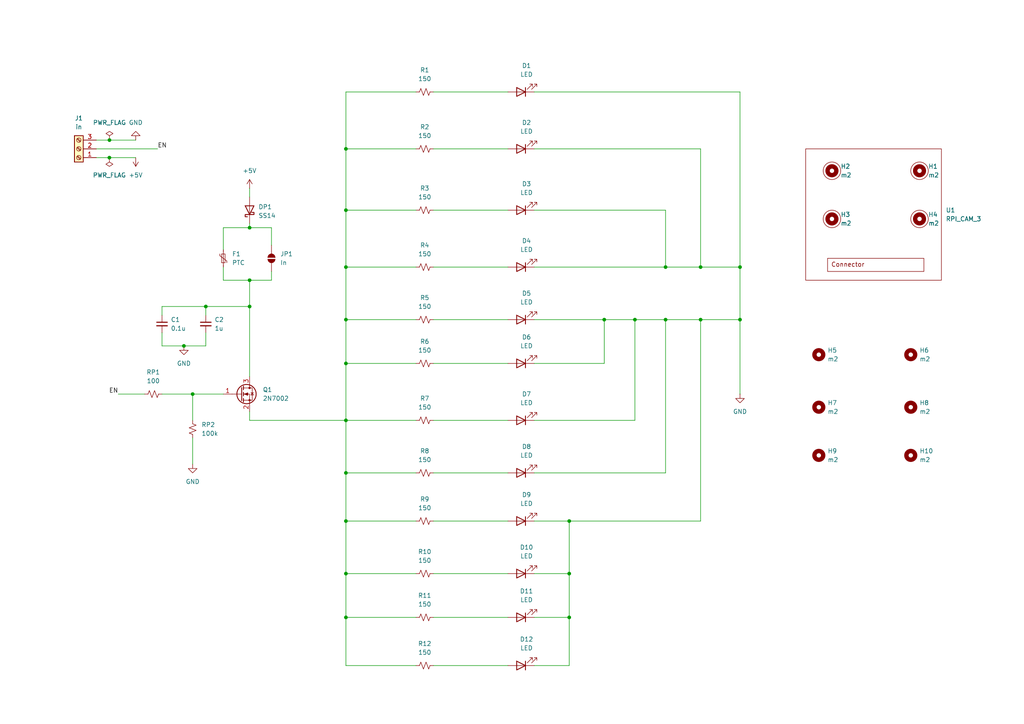
<source format=kicad_sch>
(kicad_sch (version 20250114) (generator "eeschema") (generator_version "9.0")
  (paper "A4")
  (lib_symbols
    (symbol "Connector:Screw_Terminal_01x03" (pin_names (offset 1.016) (hide yes))
      (property "Reference" "J" (at 0 5.08 0))
      (property "Value" "Screw_Terminal_01x03" (at 0 -5.08 0))
      (symbol "Screw_Terminal_01x03_1_1"
        (rectangle (start -1.27 3.81) (end 1.27 -3.81) (stroke (width 0.254)) (fill (type background)))
        (polyline (pts (xy -0.5334 2.8702) (xy 0.3302 2.032)) (stroke (width 0.1524)))
        (polyline (pts (xy -0.5334 0.3302) (xy 0.3302 -0.508)) (stroke (width 0.1524)))
        (polyline (pts (xy -0.5334 -2.2098) (xy 0.3302 -3.048)) (stroke (width 0.1524)))
        (polyline (pts (xy -0.3556 3.048) (xy 0.508 2.2098)) (stroke (width 0.1524)))
        (polyline (pts (xy -0.3556 0.508) (xy 0.508 -0.3302)) (stroke (width 0.1524)))
        (polyline (pts (xy -0.3556 -2.032) (xy 0.508 -2.8702)) (stroke (width 0.1524)))
        (circle (center 0 2.54) (radius 0.635) (stroke (width 0.1524)))
        (circle (center 0 0) (radius 0.635) (stroke (width 0.1524)))
        (circle (center 0 -2.54) (radius 0.635) (stroke (width 0.1524)))
        (pin passive line (at -5.08 2.54 0) (length 3.81) (name "Pin_1") (number "1"))
        (pin passive line (at -5.08 0 0) (length 3.81) (name "Pin_2") (number "2"))
        (pin passive line (at -5.08 -2.54 0) (length 3.81) (name "Pin_3") (number "3"))
      )
    )
    (symbol "Device:C_Small" (pin_numbers (hide yes)) (pin_names (offset 0.254) (hide yes))
      (property "Reference" "C" (at 0.254 1.778 0))
      (property "Value" "C_Small" (at 0.254 -2.032 0))
      (symbol "C_Small_0_1"
        (polyline (pts (xy -1.524 0.508) (xy 1.524 0.508)) (stroke (width 0.3048)))
        (polyline (pts (xy -1.524 -0.508) (xy 1.524 -0.508)) (stroke (width 0.3302)))
      )
      (symbol "C_Small_1_1"
        (pin passive line (at 0 2.54 270) (length 2.032) (name "~") (number "1"))
        (pin passive line (at 0 -2.54 90) (length 2.032) (name "~") (number "2"))
      )
    )
    (symbol "Device:LED" (pin_numbers (hide yes)) (pin_names (offset 1.016) (hide yes))
      (property "Reference" "D" (at 0 2.54 0))
      (property "Value" "LED" (at 0 -2.54 0))
      (symbol "LED_0_1"
        (polyline (pts (xy -3.048 -0.762) (xy -4.572 -2.286) (xy -3.81 -2.286) (xy -4.572 -2.286) (xy -4.572 -1.524)))
        (polyline (pts (xy -1.778 -0.762) (xy -3.302 -2.286) (xy -2.54 -2.286) (xy -3.302 -2.286) (xy -3.302 -1.524)))
        (polyline (pts (xy -1.27 0) (xy 1.27 0)))
        (polyline (pts (xy -1.27 -1.27) (xy -1.27 1.27)) (stroke (width 0.254)))
        (polyline (pts (xy 1.27 -1.27) (xy 1.27 1.27) (xy -1.27 0) (xy 1.27 -1.27)) (stroke (width 0.254)))
      )
      (symbol "LED_1_1"
        (pin passive line (at -3.81 0 0) (length 2.54) (name "K") (number "1"))
        (pin passive line (at 3.81 0 180) (length 2.54) (name "A") (number "2"))
      )
    )
    (symbol "Device:Polyfuse_Small" (pin_numbers (hide yes)) (pin_names (offset 0))
      (property "Reference" "F" (at -1.905 0 90))
      (property "Value" "Polyfuse_Small" (at 1.905 0 90))
      (symbol "Polyfuse_Small_0_1"
        (polyline (pts (xy -1.016 1.27) (xy -1.016 0.762) (xy 1.016 -0.762) (xy 1.016 -1.27)))
        (rectangle (start -0.508 1.27) (end 0.508 -1.27))
        (polyline (pts (xy 0 2.54) (xy 0 -2.54)))
      )
      (symbol "Polyfuse_Small_1_1"
        (pin passive line (at 0 2.54 270) (length 0.635) (name "~") (number "1"))
        (pin passive line (at 0 -2.54 90) (length 0.635) (name "~") (number "2"))
      )
    )
    (symbol "Device:R_Small_US" (pin_numbers (hide yes)) (pin_names (offset 0.254) (hide yes))
      (property "Reference" "R" (at 0.762 0.508 0))
      (property "Value" "R_Small_US" (at 0.762 -1.016 0))
      (symbol "R_Small_US_1_1"
        (polyline (pts (xy 0 1.524) (xy 1.016 1.143) (xy 0 0.762) (xy -1.016 0.381) (xy 0 0)))
        (polyline (pts (xy 0 0) (xy 1.016 -0.381) (xy 0 -0.762) (xy -1.016 -1.143) (xy 0 -1.524)))
        (pin passive line (at 0 2.54 270) (length 1.016) (name "~") (number "1"))
        (pin passive line (at 0 -2.54 90) (length 1.016) (name "~") (number "2"))
      )
    )
    (symbol "Diode:SS14" (pin_numbers (hide yes)) (pin_names (offset 1.016) (hide yes))
      (property "Reference" "D" (at 0 2.54 0))
      (property "Value" "SS14" (at 0 -2.54 0))
      (symbol "SS14_0_1"
        (polyline (pts (xy -1.905 0.635) (xy -1.905 1.27) (xy -1.27 1.27) (xy -1.27 -1.27) (xy -0.635 -1.27) (xy -0.635 -0.635)) (stroke (width 0.254)))
        (polyline (pts (xy 1.27 1.27) (xy 1.27 -1.27) (xy -1.27 0) (xy 1.27 1.27)) (stroke (width 0.254)))
        (polyline (pts (xy 1.27 0) (xy -1.27 0)))
      )
      (symbol "SS14_1_1"
        (pin passive line (at -3.81 0 0) (length 2.54) (name "K") (number "1"))
        (pin passive line (at 3.81 0 180) (length 2.54) (name "A") (number "2"))
      )
    )
    (symbol "Jumper:SolderJumper_2_Open" (pin_numbers (hide yes)) (pin_names (offset 0) (hide yes)) (in_bom no)
      (property "Reference" "JP" (at 0 2.032 0))
      (property "Value" "SolderJumper_2_Open" (at 0 -2.54 0))
      (symbol "SolderJumper_2_Open_0_1"
        (polyline (pts (xy -0.254 1.016) (xy -0.254 -1.016)))
        (arc (start -0.254 -1.016) (mid -1.2656 0) (end -0.254 1.016))
        (arc (start -0.254 -1.016) (mid -1.2656 0) (end -0.254 1.016) (fill (type outline)))
        (arc (start 0.254 1.016) (mid 1.2656 0) (end 0.254 -1.016))
        (arc (start 0.254 1.016) (mid 1.2656 0) (end 0.254 -1.016) (fill (type outline)))
        (polyline (pts (xy 0.254 1.016) (xy 0.254 -1.016)))
      )
      (symbol "SolderJumper_2_Open_1_1"
        (pin passive line (at -3.81 0 0) (length 2.54) (name "A") (number "1"))
        (pin passive line (at 3.81 0 180) (length 2.54) (name "B") (number "2"))
      )
    )
    (symbol "Mechanical:MountingHole" (pin_names (offset 1.016)) (in_bom no)
      (property "Reference" "H" (at 0 5.08 0))
      (property "Value" "MountingHole" (at 0 3.175 0))
      (symbol "MountingHole_0_1"
        (circle (center 0 0) (radius 1.27) (stroke (width 1.27)))
      )
    )
    (symbol "Rpi_cam_3:rpi_cam_module3"
      (property "Reference" "U" (at 0 0 0))
      (symbol "rpi_cam_module3_0_1"
        (rectangle (start -12.7 25.4) (end 26.67 -12.7))
        (circle (center -5.08 19.05) (radius 2.54))
        (circle (center -5.08 5.08) (radius 2.54))
        (circle (center 20.32 19.05) (radius 2.54))
        (circle (center 20.32 5.08) (radius 2.54))
      )
      (symbol "rpi_cam_module3_1_1"
        (text_box "Connector\n" (at -6.35 -6.35 0) (size 27.94 -3.81) (margins 1.016 1.016 1.016 1.016) (effects (font (size 1.27 1.27)) (justify left top)))
      )
    )
    (symbol "Transistor_FET:2N7002" (pin_names (offset 0) (hide yes))
      (property "Reference" "Q" (at 5.08 1.905 0))
      (property "Value" "2N7002" (at 5.08 0 0))
      (symbol "2N7002_0_1"
        (polyline (pts (xy 0.254 1.905) (xy 0.254 -1.905)) (stroke (width 0.254)))
        (polyline (pts (xy 0.254 0) (xy -2.54 0)))
        (polyline (pts (xy 0.762 2.286) (xy 0.762 1.27)) (stroke (width 0.254)))
        (polyline (pts (xy 0.762 0.508) (xy 0.762 -0.508)) (stroke (width 0.254)))
        (polyline (pts (xy 0.762 -1.27) (xy 0.762 -2.286)) (stroke (width 0.254)))
        (polyline (pts (xy 0.762 -1.778) (xy 3.302 -1.778) (xy 3.302 1.778) (xy 0.762 1.778)))
        (polyline (pts (xy 1.016 0) (xy 2.032 0.381) (xy 2.032 -0.381) (xy 1.016 0)) (fill (type outline)))
        (circle (center 1.651 0) (radius 2.794) (stroke (width 0.254)))
        (polyline (pts (xy 2.54 2.54) (xy 2.54 1.778)))
        (circle (center 2.54 1.778) (radius 0.254) (fill (type outline)))
        (circle (center 2.54 -1.778) (radius 0.254) (fill (type outline)))
        (polyline (pts (xy 2.54 -2.54) (xy 2.54 0) (xy 0.762 0)))
        (polyline (pts (xy 2.921 0.381) (xy 3.683 0.381)))
        (polyline (pts (xy 3.302 0.381) (xy 2.921 -0.254) (xy 3.683 -0.254) (xy 3.302 0.381)))
      )
      (symbol "2N7002_1_1"
        (pin input line (at -5.08 0 0) (length 2.54) (name "G") (number "1"))
        (pin passive line (at 2.54 5.08 270) (length 2.54) (name "D") (number "3"))
        (pin passive line (at 2.54 -5.08 90) (length 2.54) (name "S") (number "2"))
      )
    )
    (symbol "power:+5V" (power) (pin_numbers (hide yes)) (pin_names (offset 0) (hide yes))
      (property "Value" "+5V" (at 0 3.556 0))
      (symbol "+5V_0_1"
        (polyline (pts (xy -0.762 1.27) (xy 0 2.54)))
        (polyline (pts (xy 0 2.54) (xy 0.762 1.27)))
        (polyline (pts (xy 0 0) (xy 0 2.54)))
      )
      (symbol "+5V_1_1"
        (pin power_in line (at 0 0 90) (length 0) (name "~") (number "1"))
      )
    )
    (symbol "power:GND" (power) (pin_numbers (hide yes)) (pin_names (offset 0) (hide yes))
      (property "Value" "GND" (at 0 -3.81 0))
      (symbol "GND_0_1"
        (polyline (pts (xy 0 0) (xy 0 -1.27) (xy 1.27 -1.27) (xy 0 -2.54) (xy -1.27 -1.27) (xy 0 -1.27)))
      )
      (symbol "GND_1_1"
        (pin power_in line (at 0 0 270) (length 0) (name "~") (number "1"))
      )
    )
    (symbol "power:PWR_FLAG" (power) (pin_numbers (hide yes)) (pin_names (offset 0) (hide yes))
      (property "Value" "PWR_FLAG" (at 0 3.81 0))
      (symbol "PWR_FLAG_0_0"
        (pin power_out line (at 0 0 90) (length 0) (name "~") (number "1"))
      )
      (symbol "PWR_FLAG_0_1"
        (polyline (pts (xy 0 0) (xy 0 1.27) (xy -1.016 1.905) (xy 0 2.54) (xy 1.016 1.905) (xy 0 1.27)))
      )
    )
  )
  (junction (at 100.33 92.71))
  (junction (at 100.33 179.07))
  (junction (at 175.26 92.71))
  (junction (at 100.33 121.92))
  (junction (at 193.04 77.47))
  (junction (at 72.39 88.9))
  (junction (at 72.39 81.28))
  (junction (at 165.1 179.07))
  (junction (at 31.75 40.64))
  (junction (at 100.33 43.18))
  (junction (at 214.63 77.47))
  (junction (at 184.15 92.71))
  (junction (at 55.88 114.3))
  (junction (at 100.33 137.16))
  (junction (at 100.33 151.13))
  (junction (at 59.69 88.9))
  (junction (at 100.33 166.37))
  (junction (at 72.39 66.04))
  (junction (at 165.1 166.37))
  (junction (at 100.33 60.96))
  (junction (at 214.63 92.71))
  (junction (at 203.2 77.47))
  (junction (at 203.2 92.71))
  (junction (at 165.1 151.13))
  (junction (at 193.04 92.71))
  (junction (at 100.33 105.41))
  (junction (at 31.7288 45.72))
  (junction (at 100.33 77.47))
  (junction (at 53.34 100.33))
  (wire (pts (xy 175.26 105.41) (xy 175.26 92.71)))
  (wire (pts (xy 100.33 92.71) (xy 100.33 105.41)))
  (wire (pts (xy 154.94 105.41) (xy 175.26 105.41)))
  (wire (pts (xy 120.65 166.37) (xy 100.33 166.37)))
  (wire (pts (xy 120.65 105.41) (xy 100.33 105.41)))
  (wire (pts (xy 64.77 77.47) (xy 64.77 81.28)))
  (wire (pts (xy 125.73 60.96) (xy 147.32 60.96)))
  (wire (pts (xy 125.73 193.04) (xy 147.32 193.04)))
  (wire (pts (xy 100.33 193.04) (xy 100.33 179.07)))
  (wire (pts (xy 72.39 88.9) (xy 59.69 88.9)))
  (wire (pts (xy 55.88 127) (xy 55.88 134.62)))
  (wire (pts (xy 154.94 121.92) (xy 184.15 121.92)))
  (wire (pts (xy 125.73 105.41) (xy 147.32 105.41)))
  (wire (pts (xy 125.73 179.07) (xy 147.32 179.07)))
  (wire (pts (xy 120.65 121.92) (xy 100.33 121.92)))
  (wire (pts (xy 120.65 43.18) (xy 100.33 43.18)))
  (wire (pts (xy 154.94 179.07) (xy 165.1 179.07)))
  (wire (pts (xy 154.94 151.13) (xy 165.1 151.13)))
  (wire (pts (xy 72.39 121.92) (xy 100.33 121.92)))
  (wire (pts (xy 31.7288 45.72) (xy 39.37 45.72)))
  (wire (pts (xy 214.63 92.71) (xy 214.63 114.3)))
  (wire (pts (xy 125.73 121.92) (xy 147.32 121.92)))
  (wire (pts (xy 72.39 81.28) (xy 72.39 88.9)))
  (wire (pts (xy 100.33 26.67) (xy 100.33 43.18)))
  (wire (pts (xy 64.77 66.04) (xy 72.39 66.04)))
  (wire (pts (xy 64.77 72.39) (xy 64.77 66.04)))
  (wire (pts (xy 27.94 43.18) (xy 45.72 43.18)))
  (wire (pts (xy 100.33 105.41) (xy 100.33 121.92)))
  (wire (pts (xy 154.94 43.18) (xy 203.2 43.18)))
  (wire (pts (xy 100.33 77.47) (xy 120.65 77.47)))
  (wire (pts (xy 72.39 121.92) (xy 72.39 119.38)))
  (wire (pts (xy 100.33 179.07) (xy 100.33 166.37)))
  (wire (pts (xy 203.2 77.47) (xy 214.63 77.47)))
  (wire (pts (xy 34.29 114.3) (xy 41.91 114.3)))
  (wire (pts (xy 100.33 137.16) (xy 100.33 121.92)))
  (wire (pts (xy 120.65 137.16) (xy 100.33 137.16)))
  (wire (pts (xy 59.69 88.9) (xy 46.99 88.9)))
  (wire (pts (xy 203.2 92.71) (xy 214.63 92.71)))
  (wire (pts (xy 125.73 92.71) (xy 147.32 92.71)))
  (wire (pts (xy 125.73 43.18) (xy 147.32 43.18)))
  (wire (pts (xy 100.33 179.07) (xy 120.65 179.07)))
  (wire (pts (xy 125.73 26.67) (xy 147.32 26.67)))
  (wire (pts (xy 27.94 45.72) (xy 31.7288 45.72)))
  (wire (pts (xy 154.94 166.37) (xy 165.1 166.37)))
  (wire (pts (xy 125.73 77.47) (xy 147.32 77.47)))
  (wire (pts (xy 175.26 92.71) (xy 184.15 92.71)))
  (wire (pts (xy 78.74 78.74) (xy 78.74 81.28)))
  (wire (pts (xy 184.15 121.92) (xy 184.15 92.71)))
  (wire (pts (xy 53.34 100.33) (xy 46.99 100.33)))
  (wire (pts (xy 100.33 43.18) (xy 100.33 60.96)))
  (wire (pts (xy 154.94 60.96) (xy 193.04 60.96)))
  (wire (pts (xy 31.75 40.64) (xy 39.37 40.64)))
  (wire (pts (xy 59.69 96.52) (xy 59.69 100.33)))
  (wire (pts (xy 165.1 193.04) (xy 165.1 179.07)))
  (wire (pts (xy 72.39 54.61) (xy 72.39 57.15)))
  (wire (pts (xy 59.69 88.9) (xy 59.69 91.44)))
  (wire (pts (xy 193.04 60.96) (xy 193.04 77.47)))
  (wire (pts (xy 100.33 92.71) (xy 100.33 77.47)))
  (wire (pts (xy 72.39 88.9) (xy 72.39 109.22)))
  (wire (pts (xy 78.74 81.28) (xy 72.39 81.28)))
  (wire (pts (xy 120.65 193.04) (xy 100.33 193.04)))
  (wire (pts (xy 78.74 71.12) (xy 78.74 66.04)))
  (wire (pts (xy 100.33 60.96) (xy 100.33 77.47)))
  (wire (pts (xy 125.73 137.16) (xy 147.32 137.16)))
  (wire (pts (xy 184.15 92.71) (xy 193.04 92.71)))
  (wire (pts (xy 154.94 193.04) (xy 165.1 193.04)))
  (wire (pts (xy 193.04 137.16) (xy 193.04 92.71)))
  (wire (pts (xy 100.33 92.71) (xy 120.65 92.71)))
  (wire (pts (xy 125.73 151.13) (xy 147.32 151.13)))
  (wire (pts (xy 165.1 179.07) (xy 165.1 166.37)))
  (wire (pts (xy 46.99 88.9) (xy 46.99 91.44)))
  (wire (pts (xy 203.2 43.18) (xy 203.2 77.47)))
  (wire (pts (xy 27.94 40.64) (xy 31.75 40.64)))
  (wire (pts (xy 125.73 166.37) (xy 147.32 166.37)))
  (wire (pts (xy 193.04 77.47) (xy 203.2 77.47)))
  (wire (pts (xy 165.1 151.13) (xy 203.2 151.13)))
  (wire (pts (xy 55.88 114.3) (xy 64.77 114.3)))
  (wire (pts (xy 214.63 26.67) (xy 214.63 77.47)))
  (wire (pts (xy 154.94 77.47) (xy 193.04 77.47)))
  (wire (pts (xy 193.04 92.71) (xy 203.2 92.71)))
  (wire (pts (xy 72.39 64.77) (xy 72.39 66.04)))
  (wire (pts (xy 100.33 166.37) (xy 100.33 151.13)))
  (wire (pts (xy 154.94 92.71) (xy 175.26 92.71)))
  (wire (pts (xy 46.99 114.3) (xy 55.88 114.3)))
  (wire (pts (xy 120.65 60.96) (xy 100.33 60.96)))
  (wire (pts (xy 203.2 151.13) (xy 203.2 92.71)))
  (wire (pts (xy 214.63 77.47) (xy 214.63 92.71)))
  (wire (pts (xy 120.65 26.67) (xy 100.33 26.67)))
  (wire (pts (xy 46.99 100.33) (xy 46.99 96.52)))
  (wire (pts (xy 165.1 166.37) (xy 165.1 151.13)))
  (wire (pts (xy 55.88 114.3) (xy 55.88 121.92)))
  (wire (pts (xy 100.33 151.13) (xy 100.33 137.16)))
  (wire (pts (xy 120.65 151.13) (xy 100.33 151.13)))
  (wire (pts (xy 64.77 81.28) (xy 72.39 81.28)))
  (wire (pts (xy 78.74 66.04) (xy 72.39 66.04)))
  (wire (pts (xy 154.94 137.16) (xy 193.04 137.16)))
  (wire (pts (xy 53.34 100.33) (xy 59.69 100.33)))
  (wire (pts (xy 154.94 26.67) (xy 214.63 26.67)))
  (label "EN" (at 45.72 43.18 0))
  (label "EN" (at 34.29 114.3 180))
  (symbol (lib_id "Connector:Screw_Terminal_01x03") (at 22.86 43.18 180) (unit 1)
    (property "Reference" "J1" (at 22.86 34.29 0))
    (property "Value" "in" (at 22.86 36.83 0))
    (property "Footprint" "Connector_JST:JST_EH_S3B-EH_1x03_P2.50mm_Horizontal" (effects (hide yes)))
    (property "Description" "Generic screw terminal, single row, 01x03, script generated (kicad-library-utils/schlib/autogen/connector/)" (effects (hide yes)))
  )
  (symbol (lib_id "Device:R_Small_US") (at 123.19 137.16 90) (unit 1)
    (property "Reference" "R8" (at 123.19 130.81 90))
    (property "Value" "150" (at 123.19 133.35 90))
    (property "Footprint" "Resistor_SMD:R_0805_2012Metric_Pad1.20x1.40mm_HandSolder" (effects (hide yes)))
    (property "Description" "Resistor, small US symbol" (effects (hide yes)))
  )
  (symbol (lib_id "Mechanical:MountingHole") (at 237.49 102.87 0) (unit 1) (in_bom no)
    (property "Reference" "H5" (at 240.03 101.5999 0) (effects (justify left)))
    (property "Value" "m2" (at 240.03 104.1399 0) (effects (justify left)))
    (property "Footprint" "MountingHole:MountingHole_3.2mm_M3" (effects (hide yes)))
    (property "Description" "Mounting Hole without connection" (effects (hide yes)))
  )
  (symbol (lib_id "Transistor_FET:2N7002") (at 69.85 114.3 0) (unit 1)
    (property "Reference" "Q1" (at 76.2 113.0299 0) (effects (justify left)))
    (property "Value" "2N7002" (at 76.2 115.5699 0) (effects (justify left)))
    (property "Footprint" "Package_TO_SOT_SMD:SOT-23_Handsoldering" (effects (hide yes)))
    (property "Datasheet" "https://www.onsemi.com/pub/Collateral/NDS7002A-D.PDF" (effects (hide yes)))
    (property "Description" "0.115A Id, 60V Vds, N-Channel MOSFET, SOT-23" (effects (hide yes)))
  )
  (symbol (lib_id "Mechanical:MountingHole") (at 237.49 118.11 0) (unit 1) (in_bom no)
    (property "Reference" "H7" (at 240.03 116.8399 0) (effects (justify left)))
    (property "Value" "m2" (at 240.03 119.3799 0) (effects (justify left)))
    (property "Footprint" "MountingHole:MountingHole_3.2mm_M3" (effects (hide yes)))
    (property "Description" "Mounting Hole without connection" (effects (hide yes)))
  )
  (symbol (lib_id "Device:R_Small_US") (at 123.19 92.71 90) (unit 1)
    (property "Reference" "R5" (at 123.19 86.36 90))
    (property "Value" "150" (at 123.19 88.9 90))
    (property "Footprint" "Resistor_SMD:R_0805_2012Metric_Pad1.20x1.40mm_HandSolder" (effects (hide yes)))
    (property "Description" "Resistor, small US symbol" (effects (hide yes)))
  )
  (symbol (lib_id "Rpi_cam_3:rpi_cam_module3") (at 246.38 68.58 0) (unit 1)
    (property "Reference" "U1" (at 274.32 60.9599 0) (effects (justify left)))
    (property "Value" "RPI_CAM_3" (at 274.32 63.4999 0) (effects (justify left)))
    (property "Footprint" "RPICAM:RPI_Cam3" (effects (hide yes)))
  )
  (symbol (lib_id "Device:R_Small_US") (at 123.19 105.41 90) (unit 1)
    (property "Reference" "R6" (at 123.19 99.06 90))
    (property "Value" "150" (at 123.19 101.6 90))
    (property "Footprint" "Resistor_SMD:R_0805_2012Metric_Pad1.20x1.40mm_HandSolder" (effects (hide yes)))
    (property "Description" "Resistor, small US symbol" (effects (hide yes)))
  )
  (symbol (lib_id "Device:R_Small_US") (at 123.19 179.07 90) (unit 1)
    (property "Reference" "R11" (at 123.19 172.72 90))
    (property "Value" "150" (at 123.19 175.26 90))
    (property "Footprint" "Resistor_SMD:R_0805_2012Metric_Pad1.20x1.40mm_HandSolder" (effects (hide yes)))
    (property "Description" "Resistor, small US symbol" (effects (hide yes)))
  )
  (symbol (lib_id "Diode:SS14") (at 72.39 60.96 90) (unit 1)
    (property "Reference" "DP1" (at 74.93 60.0074 90) (effects (justify right)))
    (property "Value" "SS14" (at 74.93 62.5474 90) (effects (justify right)))
    (property "Footprint" "Diode_SMD:D_SMA" (effects (hide yes)))
    (property "Datasheet" "https://www.vishay.com/docs/88746/ss12.pdf" (effects (hide yes)))
    (property "Description" "40V 1A Schottky Diode, SMA" (effects (hide yes)))
  )
  (symbol (lib_id "power:+5V") (at 72.39 54.61 0) (unit 1)
    (property "Reference" "#PWR05" (effects (hide yes)))
    (property "Value" "+5V" (at 72.39 49.53 0))
    (property "Description" "Power symbol creates a global label with name \"+5V\"" (effects (hide yes)))
  )
  (symbol (lib_id "Device:LED") (at 151.13 60.96 180) (unit 1)
    (property "Reference" "D3" (at 152.7175 53.34 0))
    (property "Value" "LED" (at 152.7175 55.88 0))
    (property "Footprint" "LED_SMD:LED_PLCC_2835_Handsoldering" (effects (hide yes)))
    (property "Description" "Light emitting diode" (effects (hide yes)))
    (property "Sim.Pins" "1=K 2=A" (effects (hide yes)))
  )
  (symbol (lib_id "power:GND") (at 53.34 100.33 0) (unit 1)
    (property "Reference" "#PWR03" (effects (hide yes)))
    (property "Value" "GND" (at 53.34 105.41 0))
    (property "Description" "Power symbol creates a global label with name \"GND\" , ground" (effects (hide yes)))
  )
  (symbol (lib_id "Device:R_Small_US") (at 123.19 43.18 90) (unit 1)
    (property "Reference" "R2" (at 123.19 36.83 90))
    (property "Value" "150" (at 123.19 39.37 90))
    (property "Footprint" "Resistor_SMD:R_0805_2012Metric_Pad1.20x1.40mm_HandSolder" (effects (hide yes)))
    (property "Description" "Resistor, small US symbol" (effects (hide yes)))
  )
  (symbol (lib_id "Device:R_Small_US") (at 123.19 60.96 90) (unit 1)
    (property "Reference" "R3" (at 123.19 54.61 90))
    (property "Value" "150" (at 123.19 57.15 90))
    (property "Footprint" "Resistor_SMD:R_0805_2012Metric_Pad1.20x1.40mm_HandSolder" (effects (hide yes)))
    (property "Description" "Resistor, small US symbol" (effects (hide yes)))
  )
  (symbol (lib_id "Device:LED") (at 151.13 43.18 180) (unit 1)
    (property "Reference" "D2" (at 152.7175 35.56 0))
    (property "Value" "LED" (at 152.7175 38.1 0))
    (property "Footprint" "LED_SMD:LED_PLCC_2835_Handsoldering" (effects (hide yes)))
    (property "Description" "Light emitting diode" (effects (hide yes)))
    (property "Sim.Pins" "1=K 2=A" (effects (hide yes)))
  )
  (symbol (lib_id "Device:C_Small") (at 46.99 93.98 0) (unit 1)
    (property "Reference" "C1" (at 49.53 92.7162 0) (effects (justify left)))
    (property "Value" "0.1u" (at 49.53 95.2562 0) (effects (justify left)))
    (property "Footprint" "Capacitor_SMD:C_0805_2012Metric_Pad1.18x1.45mm_HandSolder" (effects (hide yes)))
    (property "Description" "Unpolarized capacitor, small symbol" (effects (hide yes)))
  )
  (symbol (lib_id "Device:LED") (at 151.13 26.67 180) (unit 1)
    (property "Reference" "D1" (at 152.7175 19.05 0))
    (property "Value" "LED" (at 152.7175 21.59 0))
    (property "Footprint" "LED_SMD:LED_PLCC_2835_Handsoldering" (effects (hide yes)))
    (property "Description" "Light emitting diode" (effects (hide yes)))
    (property "Sim.Pins" "1=K 2=A" (effects (hide yes)))
  )
  (symbol (lib_id "Jumper:SolderJumper_2_Open") (at 78.74 74.93 90) (unit 1) (in_bom no)
    (property "Reference" "JP1" (at 81.28 73.6599 90) (effects (justify right)))
    (property "Value" "In" (at 81.28 76.1999 90) (effects (justify right)))
    (property "Footprint" "Jumper:SolderJumper-2_P1.3mm_Open_RoundedPad1.0x1.5mm" (effects (hide yes)))
    (property "Description" "Solder Jumper, 2-pole, open" (effects (hide yes)))
  )
  (symbol (lib_id "Device:R_Small_US") (at 123.19 193.04 90) (unit 1)
    (property "Reference" "R12" (at 123.19 186.69 90))
    (property "Value" "150" (at 123.19 189.23 90))
    (property "Footprint" "Resistor_SMD:R_0805_2012Metric_Pad1.20x1.40mm_HandSolder" (effects (hide yes)))
    (property "Description" "Resistor, small US symbol" (effects (hide yes)))
  )
  (symbol (lib_id "Device:LED") (at 151.13 151.13 180) (unit 1)
    (property "Reference" "D9" (at 152.7175 143.51 0))
    (property "Value" "LED" (at 152.7175 146.05 0))
    (property "Footprint" "LED_SMD:LED_PLCC_2835_Handsoldering" (effects (hide yes)))
    (property "Description" "Light emitting diode" (effects (hide yes)))
    (property "Sim.Pins" "1=K 2=A" (effects (hide yes)))
  )
  (symbol (lib_id "power:GND") (at 214.63 114.3 0) (unit 1)
    (property "Reference" "#PWR06" (effects (hide yes)))
    (property "Value" "GND" (at 214.63 119.38 0))
    (property "Description" "Power symbol creates a global label with name \"GND\" , ground" (effects (hide yes)))
  )
  (symbol (lib_id "Device:LED") (at 151.13 166.37 180) (unit 1)
    (property "Reference" "D10" (at 152.7175 158.75 0))
    (property "Value" "LED" (at 152.7175 161.29 0))
    (property "Footprint" "LED_SMD:LED_PLCC_2835_Handsoldering" (effects (hide yes)))
    (property "Description" "Light emitting diode" (effects (hide yes)))
    (property "Sim.Pins" "1=K 2=A" (effects (hide yes)))
  )
  (symbol (lib_id "Device:LED") (at 151.13 179.07 180) (unit 1)
    (property "Reference" "D11" (at 152.7175 171.45 0))
    (property "Value" "LED" (at 152.7175 173.99 0))
    (property "Footprint" "LED_SMD:LED_PLCC_2835_Handsoldering" (effects (hide yes)))
    (property "Description" "Light emitting diode" (effects (hide yes)))
    (property "Sim.Pins" "1=K 2=A" (effects (hide yes)))
  )
  (symbol (lib_id "Device:R_Small_US") (at 123.19 166.37 90) (unit 1)
    (property "Reference" "R10" (at 123.19 160.02 90))
    (property "Value" "150" (at 123.19 162.56 90))
    (property "Footprint" "Resistor_SMD:R_0805_2012Metric_Pad1.20x1.40mm_HandSolder" (effects (hide yes)))
    (property "Description" "Resistor, small US symbol" (effects (hide yes)))
  )
  (symbol (lib_id "Device:LED") (at 151.13 137.16 180) (unit 1)
    (property "Reference" "D8" (at 152.7175 129.54 0))
    (property "Value" "LED" (at 152.7175 132.08 0))
    (property "Footprint" "LED_SMD:LED_PLCC_2835_Handsoldering" (effects (hide yes)))
    (property "Description" "Light emitting diode" (effects (hide yes)))
    (property "Sim.Pins" "1=K 2=A" (effects (hide yes)))
  )
  (symbol (lib_id "power:PWR_FLAG") (at 31.7288 45.72 180) (unit 1)
    (property "Reference" "#FLG02" (effects (hide yes)))
    (property "Value" "PWR_FLAG" (at 31.7288 50.8 0))
    (property "Description" "Special symbol for telling ERC where power comes from" (effects (hide yes)))
  )
  (symbol (lib_id "Mechanical:MountingHole") (at 266.7 63.5 0) (unit 1) (in_bom no)
    (property "Reference" "H4" (at 269.24 62.2299 0) (effects (justify left)))
    (property "Value" "m2" (at 269.24 64.7699 0) (effects (justify left)))
    (property "Footprint" "MountingHole:MountingHole_2.2mm_M2" (effects (hide yes)))
    (property "Description" "Mounting Hole without connection" (effects (hide yes)))
  )
  (symbol (lib_id "Device:LED") (at 151.13 193.04 180) (unit 1)
    (property "Reference" "D12" (at 152.7175 185.42 0))
    (property "Value" "LED" (at 152.7175 187.96 0))
    (property "Footprint" "LED_SMD:LED_PLCC_2835_Handsoldering" (effects (hide yes)))
    (property "Description" "Light emitting diode" (effects (hide yes)))
    (property "Sim.Pins" "1=K 2=A" (effects (hide yes)))
  )
  (symbol (lib_id "power:GND") (at 55.88 134.62 0) (unit 1)
    (property "Reference" "#PWR04" (effects (hide yes)))
    (property "Value" "GND" (at 55.88 139.7 0))
    (property "Description" "Power symbol creates a global label with name \"GND\" , ground" (effects (hide yes)))
  )
  (symbol (lib_id "Mechanical:MountingHole") (at 264.16 102.87 0) (unit 1) (in_bom no)
    (property "Reference" "H6" (at 266.7 101.5999 0) (effects (justify left)))
    (property "Value" "m2" (at 266.7 104.1399 0) (effects (justify left)))
    (property "Footprint" "MountingHole:MountingHole_3.2mm_M3" (effects (hide yes)))
    (property "Description" "Mounting Hole without connection" (effects (hide yes)))
  )
  (symbol (lib_id "power:+5V") (at 39.37 45.72 180) (unit 1)
    (property "Reference" "#PWR01" (effects (hide yes)))
    (property "Value" "+5V" (at 39.37 50.8 0))
    (property "Description" "Power symbol creates a global label with name \"+5V\"" (effects (hide yes)))
  )
  (symbol (lib_id "Device:LED") (at 151.13 77.47 180) (unit 1)
    (property "Reference" "D4" (at 152.7175 69.85 0))
    (property "Value" "LED" (at 152.7175 72.39 0))
    (property "Footprint" "LED_SMD:LED_PLCC_2835_Handsoldering" (effects (hide yes)))
    (property "Description" "Light emitting diode" (effects (hide yes)))
    (property "Sim.Pins" "1=K 2=A" (effects (hide yes)))
  )
  (symbol (lib_id "Device:LED") (at 151.13 121.92 180) (unit 1)
    (property "Reference" "D7" (at 152.7175 114.3 0))
    (property "Value" "LED" (at 152.7175 116.84 0))
    (property "Footprint" "LED_SMD:LED_PLCC_2835_Handsoldering" (effects (hide yes)))
    (property "Description" "Light emitting diode" (effects (hide yes)))
    (property "Sim.Pins" "1=K 2=A" (effects (hide yes)))
  )
  (symbol (lib_id "power:PWR_FLAG") (at 31.75 40.64 0) (unit 1)
    (property "Reference" "#FLG01" (effects (hide yes)))
    (property "Value" "PWR_FLAG" (at 31.75 35.56 0))
    (property "Description" "Special symbol for telling ERC where power comes from" (effects (hide yes)))
  )
  (symbol (lib_id "Mechanical:MountingHole") (at 266.7 49.53 0) (unit 1) (in_bom no)
    (property "Reference" "H1" (at 269.24 48.2599 0) (effects (justify left)))
    (property "Value" "m2" (at 269.24 50.7999 0) (effects (justify left)))
    (property "Footprint" "MountingHole:MountingHole_2.2mm_M2" (effects (hide yes)))
    (property "Description" "Mounting Hole without connection" (effects (hide yes)))
  )
  (symbol (lib_id "Device:C_Small") (at 59.69 93.98 0) (unit 1)
    (property "Reference" "C2" (at 62.23 92.7162 0) (effects (justify left)))
    (property "Value" "1u" (at 62.23 95.2562 0) (effects (justify left)))
    (property "Footprint" "Capacitor_SMD:C_0805_2012Metric_Pad1.18x1.45mm_HandSolder" (effects (hide yes)))
    (property "Description" "Unpolarized capacitor, small symbol" (effects (hide yes)))
  )
  (symbol (lib_id "Device:R_Small_US") (at 44.45 114.3 90) (unit 1)
    (property "Reference" "RP1" (at 44.45 107.95 90))
    (property "Value" "100" (at 44.45 110.49 90))
    (property "Footprint" "Resistor_SMD:R_0805_2012Metric_Pad1.20x1.40mm_HandSolder" (effects (hide yes)))
    (property "Description" "Resistor, small US symbol" (effects (hide yes)))
  )
  (symbol (lib_id "Device:LED") (at 151.13 92.71 180) (unit 1)
    (property "Reference" "D5" (at 152.7175 85.09 0))
    (property "Value" "LED" (at 152.7175 87.63 0))
    (property "Footprint" "LED_SMD:LED_PLCC_2835_Handsoldering" (effects (hide yes)))
    (property "Description" "Light emitting diode" (effects (hide yes)))
    (property "Sim.Pins" "1=K 2=A" (effects (hide yes)))
  )
  (symbol (lib_id "Device:R_Small_US") (at 123.19 151.13 90) (unit 1)
    (property "Reference" "R9" (at 123.19 144.78 90))
    (property "Value" "150" (at 123.19 147.32 90))
    (property "Footprint" "Resistor_SMD:R_0805_2012Metric_Pad1.20x1.40mm_HandSolder" (effects (hide yes)))
    (property "Description" "Resistor, small US symbol" (effects (hide yes)))
  )
  (symbol (lib_id "Mechanical:MountingHole") (at 241.3 49.53 0) (unit 1) (in_bom no)
    (property "Reference" "H2" (at 243.84 48.2599 0) (effects (justify left)))
    (property "Value" "m2" (at 243.84 50.7999 0) (effects (justify left)))
    (property "Footprint" "MountingHole:MountingHole_2.2mm_M2" (effects (hide yes)))
    (property "Description" "Mounting Hole without connection" (effects (hide yes)))
  )
  (symbol (lib_id "Mechanical:MountingHole") (at 237.49 132.08 0) (unit 1) (in_bom no)
    (property "Reference" "H9" (at 240.03 130.8099 0) (effects (justify left)))
    (property "Value" "m2" (at 240.03 133.3499 0) (effects (justify left)))
    (property "Footprint" "MountingHole:MountingHole_3.2mm_M3" (effects (hide yes)))
    (property "Description" "Mounting Hole without connection" (effects (hide yes)))
  )
  (symbol (lib_id "Mechanical:MountingHole") (at 264.16 118.11 0) (unit 1) (in_bom no)
    (property "Reference" "H8" (at 266.7 116.8399 0) (effects (justify left)))
    (property "Value" "m2" (at 266.7 119.3799 0) (effects (justify left)))
    (property "Footprint" "MountingHole:MountingHole_3.2mm_M3" (effects (hide yes)))
    (property "Description" "Mounting Hole without connection" (effects (hide yes)))
  )
  (symbol (lib_id "Device:R_Small_US") (at 55.88 124.46 180) (unit 1)
    (property "Reference" "RP2" (at 58.42 123.1899 0) (effects (justify right)))
    (property "Value" "100k" (at 58.42 125.7299 0) (effects (justify right)))
    (property "Footprint" "Resistor_SMD:R_0805_2012Metric_Pad1.20x1.40mm_HandSolder" (effects (hide yes)))
    (property "Description" "Resistor, small US symbol" (effects (hide yes)))
  )
  (symbol (lib_id "Mechanical:MountingHole") (at 241.3 63.5 0) (unit 1) (in_bom no)
    (property "Reference" "H3" (at 243.84 62.2299 0) (effects (justify left)))
    (property "Value" "m2" (at 243.84 64.7699 0) (effects (justify left)))
    (property "Footprint" "MountingHole:MountingHole_2.2mm_M2" (effects (hide yes)))
    (property "Description" "Mounting Hole without connection" (effects (hide yes)))
  )
  (symbol (lib_id "Device:Polyfuse_Small") (at 64.77 74.93 0) (unit 1)
    (property "Reference" "F1" (at 67.31 73.6599 0) (effects (justify left)))
    (property "Value" "PTC" (at 67.31 76.1999 0) (effects (justify left)))
    (property "Footprint" "Resistor_SMD:R_0805_2012Metric_Pad1.20x1.40mm_HandSolder" (effects (hide yes)))
    (property "Description" "Resettable fuse, polymeric positive temperature coefficient, small symbol" (effects (hide yes)))
  )
  (symbol (lib_id "Device:R_Small_US") (at 123.19 26.67 90) (unit 1)
    (property "Reference" "R1" (at 123.19 20.32 90))
    (property "Value" "150" (at 123.19 22.86 90))
    (property "Footprint" "Resistor_SMD:R_0805_2012Metric_Pad1.20x1.40mm_HandSolder" (effects (hide yes)))
    (property "Description" "Resistor, small US symbol" (effects (hide yes)))
  )
  (symbol (lib_id "power:GND") (at 39.37 40.64 180) (unit 1)
    (property "Reference" "#PWR02" (effects (hide yes)))
    (property "Value" "GND" (at 39.37 35.56 0))
    (property "Description" "Power symbol creates a global label with name \"GND\" , ground" (effects (hide yes)))
  )
  (symbol (lib_id "Device:R_Small_US") (at 123.19 77.47 90) (unit 1)
    (property "Reference" "R4" (at 123.19 71.12 90))
    (property "Value" "150" (at 123.19 73.66 90))
    (property "Footprint" "Resistor_SMD:R_0805_2012Metric_Pad1.20x1.40mm_HandSolder" (effects (hide yes)))
    (property "Description" "Resistor, small US symbol" (effects (hide yes)))
  )
  (symbol (lib_id "Mechanical:MountingHole") (at 264.16 132.08 0) (unit 1) (in_bom no)
    (property "Reference" "H10" (at 266.7 130.8099 0) (effects (justify left)))
    (property "Value" "m2" (at 266.7 133.3499 0) (effects (justify left)))
    (property "Footprint" "MountingHole:MountingHole_3.2mm_M3" (effects (hide yes)))
    (property "Description" "Mounting Hole without connection" (effects (hide yes)))
  )
  (symbol (lib_id "Device:R_Small_US") (at 123.19 121.92 90) (unit 1)
    (property "Reference" "R7" (at 123.19 115.57 90))
    (property "Value" "150" (at 123.19 118.11 90))
    (property "Footprint" "Resistor_SMD:R_0805_2012Metric_Pad1.20x1.40mm_HandSolder" (effects (hide yes)))
    (property "Description" "Resistor, small US symbol" (effects (hide yes)))
  )
  (symbol (lib_id "Device:LED") (at 151.13 105.41 180) (unit 1)
    (property "Reference" "D6" (at 152.7175 97.79 0))
    (property "Value" "LED" (at 152.7175 100.33 0))
    (property "Footprint" "LED_SMD:LED_PLCC_2835_Handsoldering" (effects (hide yes)))
    (property "Description" "Light emitting diode" (effects (hide yes)))
    (property "Sim.Pins" "1=K 2=A" (effects (hide yes)))
  )
)
</source>
